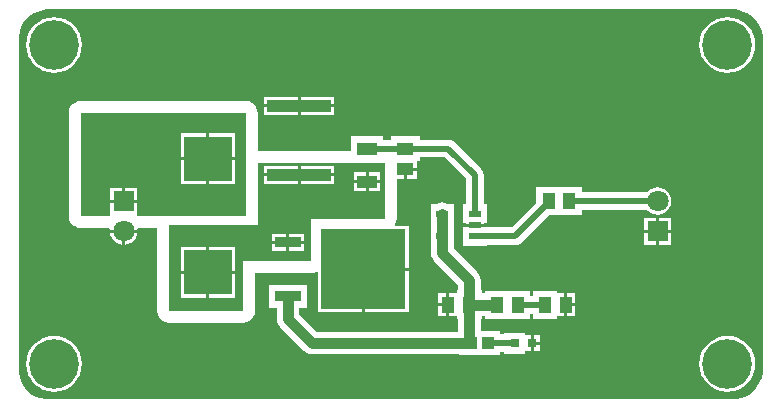
<source format=gtl>
G04*
G04 #@! TF.GenerationSoftware,Altium Limited,Altium Designer,18.1.11 (251)*
G04*
G04 Layer_Physical_Order=1*
G04 Layer_Color=255*
%FSLAX25Y25*%
%MOIN*%
G70*
G01*
G75*
%ADD15R,0.04134X0.05709*%
%ADD16R,0.04331X0.05512*%
%ADD17R,0.21260X0.04134*%
%ADD18R,0.28347X0.26772*%
%ADD19R,0.08661X0.03740*%
%ADD20R,0.03937X0.02362*%
%ADD21R,0.04134X0.03937*%
%ADD22R,0.03150X0.03150*%
%ADD23R,0.15984X0.15000*%
%ADD24R,0.05512X0.04331*%
%ADD25R,0.06693X0.04331*%
%ADD40C,0.03543*%
%ADD41C,0.01968*%
%ADD42C,0.07087*%
%ADD43R,0.07087X0.07087*%
%ADD44C,0.16535*%
G36*
X244885Y133474D02*
X246705Y132720D01*
X248343Y131626D01*
X249736Y130233D01*
X250830Y128595D01*
X251584Y126775D01*
X251969Y124843D01*
Y123858D01*
Y13937D01*
Y12952D01*
X251584Y11020D01*
X250830Y9200D01*
X249736Y7562D01*
X248343Y6169D01*
X246705Y5075D01*
X244885Y4321D01*
X242953Y3937D01*
X12952D01*
X11020Y4321D01*
X9200Y5075D01*
X7562Y6169D01*
X6169Y7562D01*
X5075Y9200D01*
X4321Y11020D01*
X3937Y12952D01*
Y13937D01*
Y123858D01*
Y124843D01*
X4321Y126775D01*
X5075Y128595D01*
X6169Y130233D01*
X7562Y131626D01*
X9200Y132720D01*
X11020Y133474D01*
X12952Y133858D01*
X242953D01*
X244885Y133474D01*
D02*
G37*
%LPC*%
G36*
X240158Y131360D02*
X238341Y131181D01*
X236594Y130651D01*
X234984Y129790D01*
X233573Y128632D01*
X232414Y127221D01*
X231554Y125611D01*
X231024Y123864D01*
X230845Y122047D01*
X231024Y120230D01*
X231554Y118483D01*
X232414Y116874D01*
X233573Y115462D01*
X234984Y114304D01*
X236594Y113444D01*
X238341Y112914D01*
X240158Y112735D01*
X241974Y112914D01*
X243721Y113444D01*
X245331Y114304D01*
X246743Y115462D01*
X247901Y116874D01*
X248761Y118483D01*
X249291Y120230D01*
X249470Y122047D01*
X249291Y123864D01*
X248761Y125611D01*
X247901Y127221D01*
X246743Y128632D01*
X245331Y129790D01*
X243721Y130651D01*
X241974Y131181D01*
X240158Y131360D01*
D02*
G37*
G36*
X15748D02*
X13931Y131181D01*
X12184Y130651D01*
X10574Y129790D01*
X9163Y128632D01*
X8005Y127221D01*
X7144Y125611D01*
X6614Y123864D01*
X6436Y122047D01*
X6614Y120230D01*
X7144Y118483D01*
X8005Y116874D01*
X9163Y115462D01*
X10574Y114304D01*
X12184Y113444D01*
X13931Y112914D01*
X15748Y112735D01*
X17565Y112914D01*
X19312Y113444D01*
X20922Y114304D01*
X22333Y115462D01*
X23491Y116874D01*
X24352Y118483D01*
X24882Y120230D01*
X25061Y122047D01*
X24882Y123864D01*
X24352Y125611D01*
X23491Y127221D01*
X22333Y128632D01*
X20922Y129790D01*
X19312Y130651D01*
X17565Y131181D01*
X15748Y131360D01*
D02*
G37*
G36*
X109071Y104839D02*
X97941D01*
Y102272D01*
X109071D01*
Y104839D01*
D02*
G37*
G36*
X96941D02*
X85811D01*
Y102272D01*
X96941D01*
Y104839D01*
D02*
G37*
G36*
X109071Y101272D02*
X97941D01*
Y98705D01*
X109071D01*
Y101272D01*
D02*
G37*
G36*
X96941D02*
X85811D01*
Y98705D01*
X96941D01*
Y101272D01*
D02*
G37*
G36*
X136630Y80110D02*
X133374D01*
Y77445D01*
X136630D01*
Y80110D01*
D02*
G37*
G36*
X191634Y74685D02*
X176477D01*
Y69468D01*
X168254Y61246D01*
X159957D01*
Y61417D01*
X158988D01*
Y61508D01*
X156020D01*
X153051D01*
Y61417D01*
X152083D01*
Y55118D01*
X159957D01*
Y55289D01*
X169488D01*
X170259Y55391D01*
X170977Y55689D01*
X171594Y56162D01*
X180669Y65236D01*
X191634D01*
Y66982D01*
X213488D01*
X213689Y66720D01*
X214638Y65992D01*
X215743Y65534D01*
X216929Y65378D01*
X218115Y65534D01*
X219220Y65992D01*
X220169Y66720D01*
X220898Y67669D01*
X221356Y68775D01*
X221512Y69961D01*
X221356Y71147D01*
X220898Y72252D01*
X220169Y73201D01*
X219220Y73929D01*
X218115Y74387D01*
X216929Y74543D01*
X215743Y74387D01*
X214638Y73929D01*
X213689Y73201D01*
X213488Y72939D01*
X191634D01*
Y74685D01*
D02*
G37*
G36*
X79724Y103380D02*
X24606D01*
X23578Y103245D01*
X22621Y102848D01*
X21798Y102217D01*
X21167Y101395D01*
X20771Y100437D01*
X20635Y99410D01*
Y64961D01*
X20771Y63933D01*
X21167Y62975D01*
X21798Y62153D01*
X22621Y61522D01*
X23578Y61125D01*
X24606Y60990D01*
X34033D01*
X34446Y60583D01*
X34466Y60512D01*
X34460Y60461D01*
X38976D01*
X43493D01*
X43486Y60512D01*
X43507Y60583D01*
X43920Y60990D01*
X50163D01*
X50163Y33465D01*
X50298Y32437D01*
X50695Y31479D01*
X51326Y30657D01*
X52148Y30026D01*
X53106Y29629D01*
X54134Y29494D01*
X78740Y29494D01*
X79768Y29629D01*
X80726Y30026D01*
X81548Y30657D01*
X82179Y31479D01*
X82576Y32437D01*
X82711Y33465D01*
X82711Y46003D01*
X101378Y46003D01*
X102406Y46139D01*
X103232Y46481D01*
X103724Y46253D01*
Y32858D01*
X118398D01*
Y47244D01*
X118898D01*
Y47744D01*
X134071D01*
Y61630D01*
X129705D01*
X129478Y62122D01*
X129820Y62949D01*
X129955Y63976D01*
X129955Y77445D01*
X132374D01*
Y80610D01*
X132874D01*
Y81110D01*
X136630D01*
Y83366D01*
X137598D01*
Y84522D01*
X145912D01*
X153041Y77392D01*
Y68898D01*
X152083D01*
Y62599D01*
X153051D01*
Y62508D01*
X156020D01*
X158988D01*
Y62599D01*
X159957D01*
Y68898D01*
X158998D01*
Y78626D01*
X158998Y78626D01*
X158896Y79397D01*
X158599Y80115D01*
X158125Y80732D01*
X158125Y80732D01*
X149252Y89606D01*
X148635Y90079D01*
X147917Y90377D01*
X147146Y90478D01*
X137598D01*
Y91634D01*
X128150D01*
Y90478D01*
X125394D01*
Y91634D01*
X114764D01*
Y86648D01*
X83695D01*
Y99410D01*
X83560Y100437D01*
X83163Y101395D01*
X82532Y102217D01*
X81710Y102848D01*
X80752Y103245D01*
X79724Y103380D01*
D02*
G37*
G36*
X221472Y64504D02*
X217429D01*
Y60461D01*
X221472D01*
Y64504D01*
D02*
G37*
G36*
X216429D02*
X212386D01*
Y60461D01*
X216429D01*
Y64504D01*
D02*
G37*
G36*
X43493Y59461D02*
X39476D01*
Y55444D01*
X40162Y55534D01*
X41268Y55992D01*
X42217Y56720D01*
X42945Y57669D01*
X43403Y58775D01*
X43493Y59461D01*
D02*
G37*
G36*
X38476D02*
X34460D01*
X34550Y58775D01*
X35008Y57669D01*
X35736Y56720D01*
X36685Y55992D01*
X37790Y55534D01*
X38476Y55444D01*
Y59461D01*
D02*
G37*
G36*
X221472Y59461D02*
X217429D01*
Y55417D01*
X221472D01*
Y59461D01*
D02*
G37*
G36*
X216429D02*
X212386D01*
Y55417D01*
X216429D01*
Y59461D01*
D02*
G37*
G36*
X189441Y39189D02*
X186775D01*
Y35933D01*
X189441D01*
Y39189D01*
D02*
G37*
G36*
X146449Y39287D02*
X143882D01*
Y35933D01*
X146449D01*
Y39287D01*
D02*
G37*
G36*
X134071Y46744D02*
X119398D01*
Y32858D01*
X134071D01*
Y46744D01*
D02*
G37*
G36*
X189441Y34933D02*
X186775D01*
Y31677D01*
X189441D01*
Y34933D01*
D02*
G37*
G36*
X146449Y34933D02*
X143882D01*
Y31579D01*
X146449D01*
Y34933D01*
D02*
G37*
G36*
X145193Y69520D02*
X144217Y69392D01*
X143307Y69015D01*
X143154Y68898D01*
X141256D01*
Y62599D01*
X141420D01*
Y61417D01*
X141256D01*
Y55118D01*
X141420D01*
Y52642D01*
X141549Y51666D01*
X141926Y50756D01*
X142525Y49974D01*
X150460Y42040D01*
Y40256D01*
X150197D01*
Y39704D01*
X150016Y39287D01*
X149705Y39287D01*
X147449D01*
Y35433D01*
Y31579D01*
X149705D01*
X150016Y31579D01*
X150197Y31162D01*
Y30610D01*
X150460D01*
Y26410D01*
X103440D01*
X97473Y32377D01*
Y34429D01*
X100000D01*
Y42106D01*
X87402D01*
Y34429D01*
X89928D01*
Y30815D01*
X90057Y29838D01*
X90434Y28929D01*
X91033Y28147D01*
X99210Y19970D01*
X99992Y19371D01*
X100902Y18994D01*
X101878Y18865D01*
X150591D01*
Y18701D01*
X164370D01*
Y19660D01*
X165748D01*
Y19094D01*
X172835D01*
Y20063D01*
X174697D01*
Y22638D01*
Y25213D01*
X172835D01*
Y26181D01*
X165748D01*
Y25616D01*
X164370D01*
Y26575D01*
X158005D01*
Y30610D01*
X158268D01*
Y31661D01*
X159252D01*
Y30709D01*
X174409D01*
Y32455D01*
X175252D01*
Y30709D01*
X183520D01*
Y31677D01*
X185775D01*
Y35433D01*
Y39189D01*
X183520D01*
Y40157D01*
X175252D01*
Y38411D01*
X174409D01*
Y40157D01*
X159252D01*
Y39206D01*
X158268D01*
Y40256D01*
X158005D01*
Y43602D01*
X157876Y44579D01*
X157499Y45489D01*
X156900Y46270D01*
X148965Y54204D01*
Y55118D01*
X149130D01*
Y61417D01*
X148965D01*
Y62599D01*
X149130D01*
Y68898D01*
X147232D01*
X147079Y69015D01*
X146169Y69392D01*
X145193Y69520D01*
D02*
G37*
G36*
X177772Y25213D02*
X175697D01*
Y23138D01*
X177772D01*
Y25213D01*
D02*
G37*
G36*
Y22138D02*
X175697D01*
Y20063D01*
X177772D01*
Y22138D01*
D02*
G37*
G36*
X240158Y25061D02*
X238341Y24882D01*
X236594Y24352D01*
X234984Y23491D01*
X233573Y22333D01*
X232414Y20922D01*
X231554Y19312D01*
X231024Y17565D01*
X230845Y15748D01*
X231024Y13931D01*
X231554Y12184D01*
X232414Y10574D01*
X233573Y9163D01*
X234984Y8005D01*
X236594Y7144D01*
X238341Y6614D01*
X240158Y6436D01*
X241974Y6614D01*
X243721Y7144D01*
X245331Y8005D01*
X246743Y9163D01*
X247901Y10574D01*
X248761Y12184D01*
X249291Y13931D01*
X249470Y15748D01*
X249291Y17565D01*
X248761Y19312D01*
X247901Y20922D01*
X246743Y22333D01*
X245331Y23491D01*
X243721Y24352D01*
X241974Y24882D01*
X240158Y25061D01*
D02*
G37*
G36*
X15748D02*
X13931Y24882D01*
X12184Y24352D01*
X10574Y23491D01*
X9163Y22333D01*
X8005Y20922D01*
X7144Y19312D01*
X6614Y17565D01*
X6436Y15748D01*
X6614Y13931D01*
X7144Y12184D01*
X8005Y10574D01*
X9163Y9163D01*
X10574Y8005D01*
X12184Y7144D01*
X13931Y6614D01*
X15748Y6436D01*
X17565Y6614D01*
X19312Y7144D01*
X20922Y8005D01*
X22333Y9163D01*
X23491Y10574D01*
X24352Y12184D01*
X24882Y13931D01*
X25061Y15748D01*
X24882Y17565D01*
X24352Y19312D01*
X23491Y20922D01*
X22333Y22333D01*
X20922Y23491D01*
X19312Y24352D01*
X17565Y24882D01*
X15748Y25061D01*
D02*
G37*
%LPD*%
G36*
X79724Y64961D02*
X43624D01*
X43520Y65417D01*
X43520Y65461D01*
Y69461D01*
X38976D01*
X34433D01*
Y65461D01*
X34433Y65417D01*
X34328Y64961D01*
X24606D01*
Y99410D01*
X79724D01*
Y64961D01*
D02*
G37*
G36*
X125984Y63976D02*
X101378D01*
X101378Y49974D01*
X78740Y49974D01*
X78740Y33465D01*
X54134Y33465D01*
X54134Y62008D01*
X83661D01*
X83661Y82677D01*
X125984D01*
X125984Y63976D01*
D02*
G37*
%LPC*%
G36*
X75921Y92555D02*
X67429D01*
Y84555D01*
X75921D01*
Y92555D01*
D02*
G37*
G36*
X66429D02*
X57937D01*
Y84555D01*
X66429D01*
Y92555D01*
D02*
G37*
G36*
X75921Y83555D02*
X67429D01*
Y75555D01*
X75921D01*
Y83555D01*
D02*
G37*
G36*
X66429D02*
X57937D01*
Y75555D01*
X66429D01*
Y83555D01*
D02*
G37*
G36*
X43520Y74504D02*
X39476D01*
Y70461D01*
X43520D01*
Y74504D01*
D02*
G37*
G36*
X38476D02*
X34433D01*
Y70461D01*
X38476D01*
Y74504D01*
D02*
G37*
G36*
X109071Y81807D02*
X97941D01*
Y79240D01*
X109071D01*
Y81807D01*
D02*
G37*
G36*
X96941D02*
X85811D01*
Y79240D01*
X96941D01*
Y81807D01*
D02*
G37*
G36*
X124425Y79642D02*
X120579D01*
Y76976D01*
X124425D01*
Y79642D01*
D02*
G37*
G36*
X119579D02*
X115732D01*
Y76976D01*
X119579D01*
Y79642D01*
D02*
G37*
G36*
X109071Y78240D02*
X97941D01*
Y75673D01*
X109071D01*
Y78240D01*
D02*
G37*
G36*
X96941D02*
X85811D01*
Y75673D01*
X96941D01*
Y78240D01*
D02*
G37*
G36*
X124425Y75976D02*
X120579D01*
Y73311D01*
X124425D01*
Y75976D01*
D02*
G37*
G36*
X119579D02*
X115732D01*
Y73311D01*
X119579D01*
Y75976D01*
D02*
G37*
G36*
X99032Y59091D02*
X94201D01*
Y56721D01*
X99032D01*
Y59091D01*
D02*
G37*
G36*
X93201D02*
X88370D01*
Y56721D01*
X93201D01*
Y59091D01*
D02*
G37*
G36*
X99032Y55721D02*
X94201D01*
Y53350D01*
X99032D01*
Y55721D01*
D02*
G37*
G36*
X93201D02*
X88370D01*
Y53350D01*
X93201D01*
Y55721D01*
D02*
G37*
G36*
X75921Y54760D02*
X67429D01*
Y46760D01*
X75921D01*
Y54760D01*
D02*
G37*
G36*
X66429D02*
X57937D01*
Y46760D01*
X66429D01*
Y54760D01*
D02*
G37*
G36*
X75921Y45760D02*
X67429D01*
Y37760D01*
X75921D01*
Y45760D01*
D02*
G37*
G36*
X66429D02*
X57937D01*
Y37760D01*
X66429D01*
Y45760D01*
D02*
G37*
%LPD*%
D15*
X154232Y35433D02*
D03*
X146949D02*
D03*
D16*
X170275D02*
D03*
X163386D02*
D03*
X179386D02*
D03*
X186275D02*
D03*
X187500Y69961D02*
D03*
X180610D02*
D03*
D17*
X97441Y78740D02*
D03*
Y101772D02*
D03*
D18*
X118898Y47244D02*
D03*
D19*
X93701Y38268D02*
D03*
Y56221D02*
D03*
D20*
X156020Y58268D02*
D03*
Y62008D02*
D03*
Y65748D02*
D03*
X145193D02*
D03*
Y58268D02*
D03*
D21*
X154626Y22638D02*
D03*
X160335D02*
D03*
D22*
X175197Y22638D02*
D03*
X169291D02*
D03*
D23*
X66929Y84055D02*
D03*
Y46260D02*
D03*
D24*
X132874Y80610D02*
D03*
Y87500D02*
D03*
D25*
X120079Y76476D02*
D03*
Y87500D02*
D03*
D40*
X154232Y22638D02*
Y35433D01*
X101878Y22638D02*
X154232D01*
X93701Y30815D02*
X101878Y22638D01*
X93701Y30815D02*
Y38268D01*
X154232Y35433D02*
Y43602D01*
X145193Y52642D02*
X154232Y43602D01*
X145193Y52642D02*
Y58268D01*
X154937Y35713D02*
X155217Y35433D01*
X163386D01*
X145193Y58268D02*
Y65748D01*
D41*
X170275Y35433D02*
X179386D01*
X160335Y22638D02*
X169291D01*
X180118Y68898D02*
Y70866D01*
X169488Y58268D02*
X180118Y68898D01*
X156020Y58268D02*
X169488D01*
X187913Y69961D02*
X216929D01*
X120079Y87500D02*
X132874D01*
X147146D01*
X156020Y78626D01*
Y65748D02*
Y78626D01*
D42*
X38976Y59961D02*
D03*
X216929Y69961D02*
D03*
D43*
X38976D02*
D03*
X216929Y59961D02*
D03*
D44*
X240158Y122047D02*
D03*
X15748D02*
D03*
Y15748D02*
D03*
X240158D02*
D03*
M02*

</source>
